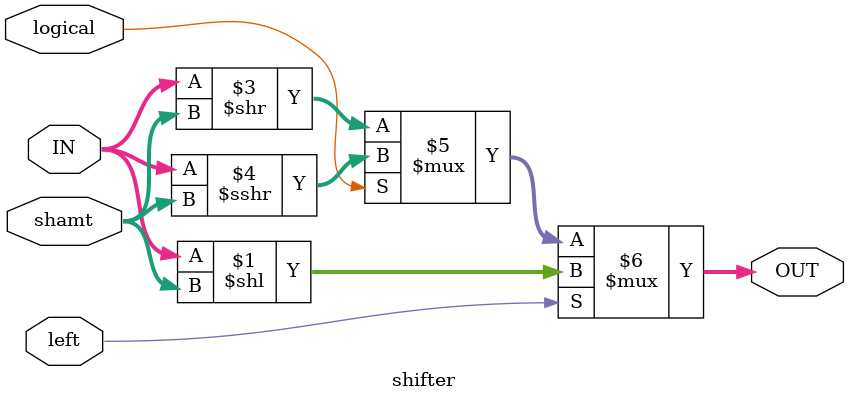
<source format=v>
`timescale 1ns / 1ps


module shifter #(parameter N=32) (
    input signed [N-1:0] IN,
    input [$clog2(N)-1:0] shamt,
    input left, input logical,
    output [N-1:0] OUT
    );
   
    assign OUT = left ? (IN << shamt) :
              (~logical ? IN >> shamt: IN >>> shamt);
endmodule

</source>
